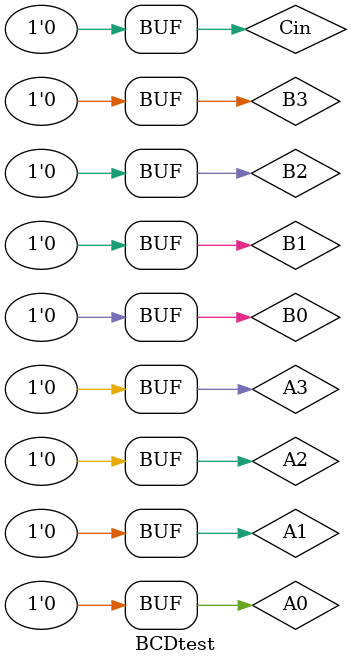
<source format=v>
`timescale 1ns / 1ps


module BCDtest;

	// Inputs
	reg A0;
	reg A1;
	reg A2;
	reg A3;
	reg B0;
	reg B1;
	reg B2;
	reg B3;
	reg Cin;

	// Outputs
	wire S1;
	wire S2;
	wire S4;
	wire S8;
	wire Cout;

	// Instantiate the Unit Under Test (UUT)
	BCDAdder uut (
		.S1(S1), 
		.S2(S2), 
		.S4(S4), 
		.S8(S8), 
		.Cout(Cout), 
		.A0(A0), 
		.A1(A1), 
		.A2(A2), 
		.A3(A3), 
		.B0(B0), 
		.B1(B1), 
		.B2(B2), 
		.B3(B3), 
		.Cin(Cin)
	);

	initial begin
		// Initialize Inputs
		A0 = 0;
		A1 = 0;
		A2 = 0;
		A3 = 0;
		B0 = 0;
		B1 = 0;
		B2 = 0;
		B3 = 0;
		Cin = 0;

		// Wait 100 ns for global reset to finish
		#100;
        
		// Add stimulus here

	end
      
endmodule


</source>
